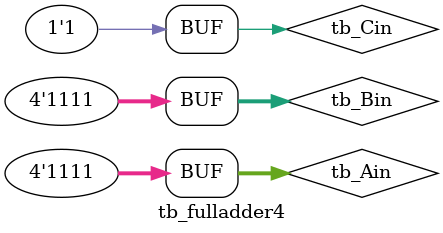
<source format=v>
module tb_fulladder4();
	reg [3:0] tb_Ain, tb_Bin;
	reg tb_Cin;
	wire [3:0] tb_Sum; 
	wire tb_Cout;
	
	//instantiate the design
	fulladder4 dut (.Cout(tb_Cout),
					.Sum(tb_Sum),
					.Ain(tb_Ain),
					.Bin(tb_Bin),
					.Cin(tb_Cin)
					);

	initial begin // started at time 0
		tb_Ain = 4'd1;
		tb_Bin = 4'd1;
		tb_Cin = 1;
		#1;
		tb_Ain = 4'd2;
		tb_Bin = 4'd5;
		tb_Cin = 0;
		#1;	
		tb_Ain = 4'd3;
		tb_Bin = 4'd7;
		tb_Cin = 1;
		#1;		
		tb_Ain = 4'd15;
		tb_Bin = 4'd1;
		tb_Cin = 0;
		#1;		
		tb_Ain = 4'd15;
		tb_Bin = 4'd15;
		tb_Cin = 1;
		#1;				
		// simulation will exit here, since intial functionality has completed
	end // 0 time
	
	// dump variables
	initial begin
		$dumpfile("tb_fulladder4.vcd");
		$dumpvars;
	end
	
	// monitor outputs
	initial begin
		$monitor("time - %0t, a=%d, b=%d, carry_in=%d, sum=%d, carry_out=%d", $time, tb_Ain, tb_Bin, tb_Cin, tb_Sum, tb_Cout);
	end	
	

endmodule
</source>
